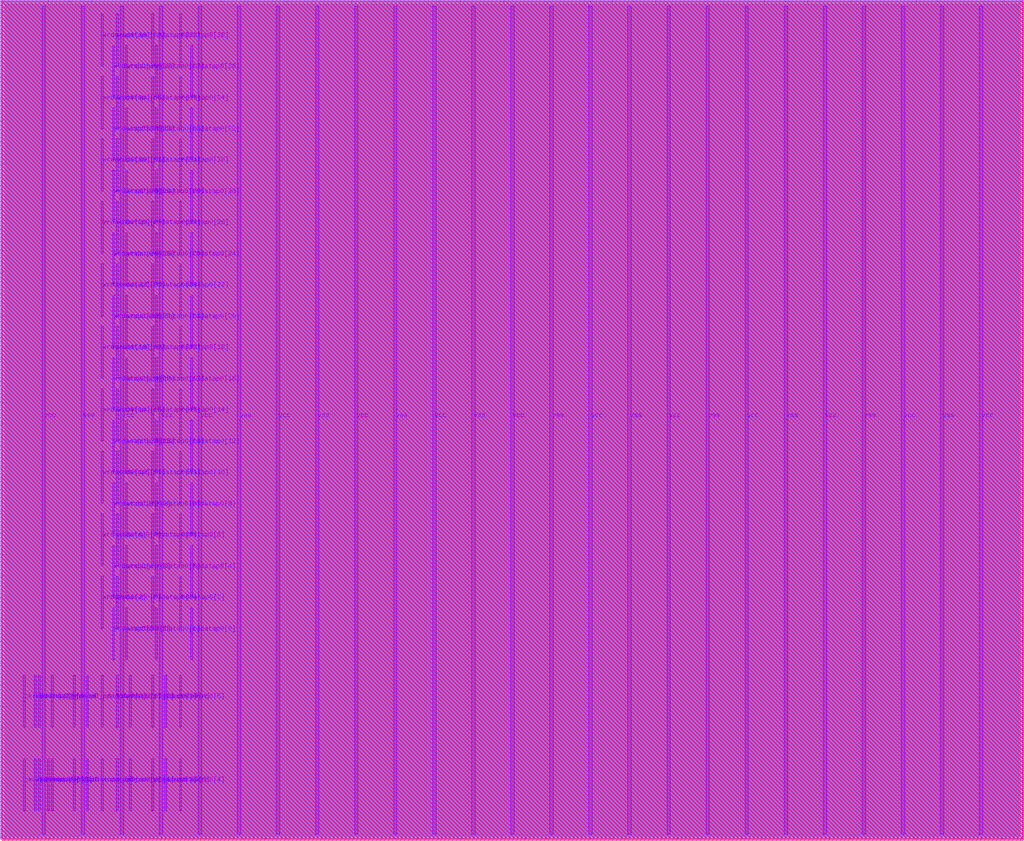
<source format=lef>
VERSION 5.8 ;
BUSBITCHARS "[]" ;
DIVIDERCHAR "/" ;

UNITS
  DATABASE MICRONS 4000 ;
END UNITS

MANUFACTURINGGRID 0.0005 ;

MACRO arf038b128e1r1w0cbbehraa4acw
  CLASS BLOCK ;
  ORIGIN 0 0 ;
  FOREIGN arf038b128e1r1w0cbbehraa4acw 0 0 ;
  SIZE 23.4 BY 19.2 ;
  PIN ckrdp0
    DIRECTION INPUT ;
    USE SIGNAL ;
    PORT
      LAYER m7 ;
        RECT 0.428 2.52 0.472 3.72 ;
    END
  END ckrdp0
  PIN ckwrp0
    DIRECTION INPUT ;
    USE SIGNAL ;
    PORT
      LAYER m7 ;
        RECT 0.428 0.6 0.472 1.8 ;
    END
  END ckwrp0
  PIN rdaddrp0[0]
    DIRECTION INPUT ;
    USE SIGNAL ;
    PORT
      LAYER m7 ;
        RECT 2.228 2.52 2.272 3.72 ;
    END
  END rdaddrp0[0]
  PIN rdaddrp0[1]
    DIRECTION INPUT ;
    USE SIGNAL ;
    PORT
      LAYER m7 ;
        RECT 2.572 2.52 2.616 3.72 ;
    END
  END rdaddrp0[1]
  PIN rdaddrp0[2]
    DIRECTION INPUT ;
    USE SIGNAL ;
    PORT
      LAYER m7 ;
        RECT 2.872 2.52 2.916 3.72 ;
    END
  END rdaddrp0[2]
  PIN rdaddrp0[3]
    DIRECTION INPUT ;
    USE SIGNAL ;
    PORT
      LAYER m7 ;
        RECT 3.384 2.52 3.428 3.72 ;
    END
  END rdaddrp0[3]
  PIN rdaddrp0[4]
    DIRECTION INPUT ;
    USE SIGNAL ;
    PORT
      LAYER m7 ;
        RECT 3.684 2.52 3.728 3.72 ;
    END
  END rdaddrp0[4]
  PIN rdaddrp0[5]
    DIRECTION INPUT ;
    USE SIGNAL ;
    PORT
      LAYER m7 ;
        RECT 4.028 2.52 4.072 3.72 ;
    END
  END rdaddrp0[5]
  PIN rdaddrp0[6]
    DIRECTION INPUT ;
    USE SIGNAL ;
    PORT
      LAYER m7 ;
        RECT 0.684 2.52 0.728 3.72 ;
    END
  END rdaddrp0[6]
  PIN rdaddrp0_fd
    DIRECTION INPUT ;
    USE SIGNAL ;
    PORT
      LAYER m7 ;
        RECT 0.772 2.52 0.816 3.72 ;
    END
  END rdaddrp0_fd
  PIN rdaddrp0_rd
    DIRECTION INPUT ;
    USE SIGNAL ;
    PORT
      LAYER m7 ;
        RECT 1.072 2.52 1.116 3.72 ;
    END
  END rdaddrp0_rd
  PIN rddatap0[0]
    DIRECTION OUTPUT ;
    USE SIGNAL ;
    PORT
      LAYER m7 ;
        RECT 4.284 4.08 4.328 5.28 ;
    END
  END rddatap0[0]
  PIN rddatap0[10]
    DIRECTION OUTPUT ;
    USE SIGNAL ;
    PORT
      LAYER m7 ;
        RECT 4.028 7.68 4.072 8.88 ;
    END
  END rddatap0[10]
  PIN rddatap0[11]
    DIRECTION OUTPUT ;
    USE SIGNAL ;
    PORT
      LAYER m7 ;
        RECT 3.384 7.68 3.428 8.88 ;
    END
  END rddatap0[11]
  PIN rddatap0[12]
    DIRECTION OUTPUT ;
    USE SIGNAL ;
    PORT
      LAYER m7 ;
        RECT 4.284 8.4 4.328 9.6 ;
    END
  END rddatap0[12]
  PIN rddatap0[13]
    DIRECTION OUTPUT ;
    USE SIGNAL ;
    PORT
      LAYER m7 ;
        RECT 3.472 8.4 3.516 9.6 ;
    END
  END rddatap0[13]
  PIN rddatap0[14]
    DIRECTION OUTPUT ;
    USE SIGNAL ;
    PORT
      LAYER m7 ;
        RECT 4.028 9.12 4.072 10.32 ;
    END
  END rddatap0[14]
  PIN rddatap0[15]
    DIRECTION OUTPUT ;
    USE SIGNAL ;
    PORT
      LAYER m7 ;
        RECT 3.384 9.12 3.428 10.32 ;
    END
  END rddatap0[15]
  PIN rddatap0[16]
    DIRECTION OUTPUT ;
    USE SIGNAL ;
    PORT
      LAYER m7 ;
        RECT 4.284 9.84 4.328 11.04 ;
    END
  END rddatap0[16]
  PIN rddatap0[17]
    DIRECTION OUTPUT ;
    USE SIGNAL ;
    PORT
      LAYER m7 ;
        RECT 3.472 9.84 3.516 11.04 ;
    END
  END rddatap0[17]
  PIN rddatap0[18]
    DIRECTION OUTPUT ;
    USE SIGNAL ;
    PORT
      LAYER m7 ;
        RECT 4.028 10.56 4.072 11.76 ;
    END
  END rddatap0[18]
  PIN rddatap0[19]
    DIRECTION OUTPUT ;
    USE SIGNAL ;
    PORT
      LAYER m7 ;
        RECT 3.384 10.56 3.428 11.76 ;
    END
  END rddatap0[19]
  PIN rddatap0[1]
    DIRECTION OUTPUT ;
    USE SIGNAL ;
    PORT
      LAYER m7 ;
        RECT 3.472 4.08 3.516 5.28 ;
    END
  END rddatap0[1]
  PIN rddatap0[20]
    DIRECTION OUTPUT ;
    USE SIGNAL ;
    PORT
      LAYER m7 ;
        RECT 4.284 11.28 4.328 12.48 ;
    END
  END rddatap0[20]
  PIN rddatap0[21]
    DIRECTION OUTPUT ;
    USE SIGNAL ;
    PORT
      LAYER m7 ;
        RECT 3.472 11.28 3.516 12.48 ;
    END
  END rddatap0[21]
  PIN rddatap0[22]
    DIRECTION OUTPUT ;
    USE SIGNAL ;
    PORT
      LAYER m7 ;
        RECT 4.028 12 4.072 13.2 ;
    END
  END rddatap0[22]
  PIN rddatap0[23]
    DIRECTION OUTPUT ;
    USE SIGNAL ;
    PORT
      LAYER m7 ;
        RECT 3.384 12 3.428 13.2 ;
    END
  END rddatap0[23]
  PIN rddatap0[24]
    DIRECTION OUTPUT ;
    USE SIGNAL ;
    PORT
      LAYER m7 ;
        RECT 4.284 12.72 4.328 13.92 ;
    END
  END rddatap0[24]
  PIN rddatap0[25]
    DIRECTION OUTPUT ;
    USE SIGNAL ;
    PORT
      LAYER m7 ;
        RECT 3.472 12.72 3.516 13.92 ;
    END
  END rddatap0[25]
  PIN rddatap0[26]
    DIRECTION OUTPUT ;
    USE SIGNAL ;
    PORT
      LAYER m7 ;
        RECT 4.028 13.44 4.072 14.64 ;
    END
  END rddatap0[26]
  PIN rddatap0[27]
    DIRECTION OUTPUT ;
    USE SIGNAL ;
    PORT
      LAYER m7 ;
        RECT 3.384 13.44 3.428 14.64 ;
    END
  END rddatap0[27]
  PIN rddatap0[28]
    DIRECTION OUTPUT ;
    USE SIGNAL ;
    PORT
      LAYER m7 ;
        RECT 4.284 14.16 4.328 15.36 ;
    END
  END rddatap0[28]
  PIN rddatap0[29]
    DIRECTION OUTPUT ;
    USE SIGNAL ;
    PORT
      LAYER m7 ;
        RECT 3.472 14.16 3.516 15.36 ;
    END
  END rddatap0[29]
  PIN rddatap0[2]
    DIRECTION OUTPUT ;
    USE SIGNAL ;
    PORT
      LAYER m7 ;
        RECT 4.028 4.8 4.072 6 ;
    END
  END rddatap0[2]
  PIN rddatap0[30]
    DIRECTION OUTPUT ;
    USE SIGNAL ;
    PORT
      LAYER m7 ;
        RECT 4.028 14.88 4.072 16.08 ;
    END
  END rddatap0[30]
  PIN rddatap0[31]
    DIRECTION OUTPUT ;
    USE SIGNAL ;
    PORT
      LAYER m7 ;
        RECT 3.384 14.88 3.428 16.08 ;
    END
  END rddatap0[31]
  PIN rddatap0[32]
    DIRECTION OUTPUT ;
    USE SIGNAL ;
    PORT
      LAYER m7 ;
        RECT 4.284 15.6 4.328 16.8 ;
    END
  END rddatap0[32]
  PIN rddatap0[33]
    DIRECTION OUTPUT ;
    USE SIGNAL ;
    PORT
      LAYER m7 ;
        RECT 3.472 15.6 3.516 16.8 ;
    END
  END rddatap0[33]
  PIN rddatap0[34]
    DIRECTION OUTPUT ;
    USE SIGNAL ;
    PORT
      LAYER m7 ;
        RECT 4.028 16.32 4.072 17.52 ;
    END
  END rddatap0[34]
  PIN rddatap0[35]
    DIRECTION OUTPUT ;
    USE SIGNAL ;
    PORT
      LAYER m7 ;
        RECT 3.384 16.32 3.428 17.52 ;
    END
  END rddatap0[35]
  PIN rddatap0[36]
    DIRECTION OUTPUT ;
    USE SIGNAL ;
    PORT
      LAYER m7 ;
        RECT 4.284 17.04 4.328 18.24 ;
    END
  END rddatap0[36]
  PIN rddatap0[37]
    DIRECTION OUTPUT ;
    USE SIGNAL ;
    PORT
      LAYER m7 ;
        RECT 3.472 17.04 3.516 18.24 ;
    END
  END rddatap0[37]
  PIN rddatap0[38]
    DIRECTION OUTPUT ;
    USE SIGNAL ;
    PORT
      LAYER m7 ;
        RECT 4.028 17.76 4.072 18.96 ;
    END
  END rddatap0[38]
  PIN rddatap0[39]
    DIRECTION OUTPUT ;
    USE SIGNAL ;
    PORT
      LAYER m7 ;
        RECT 3.384 17.76 3.428 18.96 ;
    END
  END rddatap0[39]
  PIN rddatap0[3]
    DIRECTION OUTPUT ;
    USE SIGNAL ;
    PORT
      LAYER m7 ;
        RECT 3.384 4.8 3.428 6 ;
    END
  END rddatap0[3]
  PIN rddatap0[4]
    DIRECTION OUTPUT ;
    USE SIGNAL ;
    PORT
      LAYER m7 ;
        RECT 4.284 5.52 4.328 6.72 ;
    END
  END rddatap0[4]
  PIN rddatap0[5]
    DIRECTION OUTPUT ;
    USE SIGNAL ;
    PORT
      LAYER m7 ;
        RECT 3.472 5.52 3.516 6.72 ;
    END
  END rddatap0[5]
  PIN rddatap0[6]
    DIRECTION OUTPUT ;
    USE SIGNAL ;
    PORT
      LAYER m7 ;
        RECT 4.028 6.24 4.072 7.44 ;
    END
  END rddatap0[6]
  PIN rddatap0[7]
    DIRECTION OUTPUT ;
    USE SIGNAL ;
    PORT
      LAYER m7 ;
        RECT 3.384 6.24 3.428 7.44 ;
    END
  END rddatap0[7]
  PIN rddatap0[8]
    DIRECTION OUTPUT ;
    USE SIGNAL ;
    PORT
      LAYER m7 ;
        RECT 4.284 6.96 4.328 8.16 ;
    END
  END rddatap0[8]
  PIN rddatap0[9]
    DIRECTION OUTPUT ;
    USE SIGNAL ;
    PORT
      LAYER m7 ;
        RECT 3.472 6.96 3.516 8.16 ;
    END
  END rddatap0[9]
  PIN rdenp0
    DIRECTION INPUT ;
    USE SIGNAL ;
    PORT
      LAYER m7 ;
        RECT 1.584 2.52 1.628 3.72 ;
    END
  END rdenp0
  PIN sdl_initp0
    DIRECTION INPUT ;
    USE SIGNAL ;
    PORT
      LAYER m7 ;
        RECT 1.884 2.52 1.928 3.72 ;
    END
  END sdl_initp0
  PIN vcc
    DIRECTION INPUT ;
    USE POWER ;
    PORT
      LAYER m7 ;
        RECT 22.462 0.06 22.538 19.14 ;
    END
    PORT
      LAYER m7 ;
        RECT 20.662 0.06 20.738 19.14 ;
    END
    PORT
      LAYER m7 ;
        RECT 18.862 0.06 18.938 19.14 ;
    END
    PORT
      LAYER m7 ;
        RECT 17.062 0.06 17.138 19.14 ;
    END
    PORT
      LAYER m7 ;
        RECT 15.262 0.06 15.338 19.14 ;
    END
    PORT
      LAYER m7 ;
        RECT 13.462 0.06 13.538 19.14 ;
    END
    PORT
      LAYER m7 ;
        RECT 11.662 0.06 11.738 19.14 ;
    END
    PORT
      LAYER m7 ;
        RECT 9.862 0.06 9.938 19.14 ;
    END
    PORT
      LAYER m7 ;
        RECT 8.062 0.06 8.138 19.14 ;
    END
    PORT
      LAYER m7 ;
        RECT 6.262 0.06 6.338 19.14 ;
    END
    PORT
      LAYER m7 ;
        RECT 4.462 0.06 4.538 19.14 ;
    END
    PORT
      LAYER m7 ;
        RECT 2.662 0.06 2.738 19.14 ;
    END
    PORT
      LAYER m7 ;
        RECT 0.862 0.06 0.938 19.14 ;
    END
  END vcc
  PIN vss
    DIRECTION INOUT ;
    USE GROUND ;
    PORT
      LAYER m7 ;
        RECT 21.562 0.06 21.638 19.14 ;
    END
    PORT
      LAYER m7 ;
        RECT 19.762 0.06 19.838 19.14 ;
    END
    PORT
      LAYER m7 ;
        RECT 17.962 0.06 18.038 19.14 ;
    END
    PORT
      LAYER m7 ;
        RECT 16.162 0.06 16.238 19.14 ;
    END
    PORT
      LAYER m7 ;
        RECT 14.362 0.06 14.438 19.14 ;
    END
    PORT
      LAYER m7 ;
        RECT 12.562 0.06 12.638 19.14 ;
    END
    PORT
      LAYER m7 ;
        RECT 10.762 0.06 10.838 19.14 ;
    END
    PORT
      LAYER m7 ;
        RECT 8.962 0.06 9.038 19.14 ;
    END
    PORT
      LAYER m7 ;
        RECT 7.162 0.06 7.238 19.14 ;
    END
    PORT
      LAYER m7 ;
        RECT 5.362 0.06 5.438 19.14 ;
    END
    PORT
      LAYER m7 ;
        RECT 3.562 0.06 3.638 19.14 ;
    END
    PORT
      LAYER m7 ;
        RECT 1.762 0.06 1.838 19.14 ;
    END
  END vss
  PIN wraddrp0[0]
    DIRECTION INPUT ;
    USE SIGNAL ;
    PORT
      LAYER m7 ;
        RECT 2.572 0.6 2.616 1.8 ;
    END
  END wraddrp0[0]
  PIN wraddrp0[1]
    DIRECTION INPUT ;
    USE SIGNAL ;
    PORT
      LAYER m7 ;
        RECT 2.872 0.6 2.916 1.8 ;
    END
  END wraddrp0[1]
  PIN wraddrp0[2]
    DIRECTION INPUT ;
    USE SIGNAL ;
    PORT
      LAYER m7 ;
        RECT 3.384 0.6 3.428 1.8 ;
    END
  END wraddrp0[2]
  PIN wraddrp0[3]
    DIRECTION INPUT ;
    USE SIGNAL ;
    PORT
      LAYER m7 ;
        RECT 3.684 0.6 3.728 1.8 ;
    END
  END wraddrp0[3]
  PIN wraddrp0[4]
    DIRECTION INPUT ;
    USE SIGNAL ;
    PORT
      LAYER m7 ;
        RECT 4.028 0.6 4.072 1.8 ;
    END
  END wraddrp0[4]
  PIN wraddrp0[5]
    DIRECTION INPUT ;
    USE SIGNAL ;
    PORT
      LAYER m7 ;
        RECT 0.684 0.6 0.728 1.8 ;
    END
  END wraddrp0[5]
  PIN wraddrp0[6]
    DIRECTION INPUT ;
    USE SIGNAL ;
    PORT
      LAYER m7 ;
        RECT 0.984 0.6 1.028 1.8 ;
    END
  END wraddrp0[6]
  PIN wraddrp0_fd
    DIRECTION INPUT ;
    USE SIGNAL ;
    PORT
      LAYER m7 ;
        RECT 0.772 0.6 0.816 1.8 ;
    END
  END wraddrp0_fd
  PIN wraddrp0_rd
    DIRECTION INPUT ;
    USE SIGNAL ;
    PORT
      LAYER m7 ;
        RECT 1.072 0.6 1.116 1.8 ;
    END
  END wraddrp0_rd
  PIN wrdatap0[0]
    DIRECTION INPUT ;
    USE SIGNAL ;
    PORT
      LAYER m7 ;
        RECT 2.484 4.08 2.528 5.28 ;
    END
  END wrdatap0[0]
  PIN wrdatap0[10]
    DIRECTION INPUT ;
    USE SIGNAL ;
    PORT
      LAYER m7 ;
        RECT 2.228 7.68 2.272 8.88 ;
    END
  END wrdatap0[10]
  PIN wrdatap0[11]
    DIRECTION INPUT ;
    USE SIGNAL ;
    PORT
      LAYER m7 ;
        RECT 2.572 7.68 2.616 8.88 ;
    END
  END wrdatap0[11]
  PIN wrdatap0[12]
    DIRECTION INPUT ;
    USE SIGNAL ;
    PORT
      LAYER m7 ;
        RECT 2.484 8.4 2.528 9.6 ;
    END
  END wrdatap0[12]
  PIN wrdatap0[13]
    DIRECTION INPUT ;
    USE SIGNAL ;
    PORT
      LAYER m7 ;
        RECT 2.784 8.4 2.828 9.6 ;
    END
  END wrdatap0[13]
  PIN wrdatap0[14]
    DIRECTION INPUT ;
    USE SIGNAL ;
    PORT
      LAYER m7 ;
        RECT 2.228 9.12 2.272 10.32 ;
    END
  END wrdatap0[14]
  PIN wrdatap0[15]
    DIRECTION INPUT ;
    USE SIGNAL ;
    PORT
      LAYER m7 ;
        RECT 2.572 9.12 2.616 10.32 ;
    END
  END wrdatap0[15]
  PIN wrdatap0[16]
    DIRECTION INPUT ;
    USE SIGNAL ;
    PORT
      LAYER m7 ;
        RECT 2.484 9.84 2.528 11.04 ;
    END
  END wrdatap0[16]
  PIN wrdatap0[17]
    DIRECTION INPUT ;
    USE SIGNAL ;
    PORT
      LAYER m7 ;
        RECT 2.784 9.84 2.828 11.04 ;
    END
  END wrdatap0[17]
  PIN wrdatap0[18]
    DIRECTION INPUT ;
    USE SIGNAL ;
    PORT
      LAYER m7 ;
        RECT 2.228 10.56 2.272 11.76 ;
    END
  END wrdatap0[18]
  PIN wrdatap0[19]
    DIRECTION INPUT ;
    USE SIGNAL ;
    PORT
      LAYER m7 ;
        RECT 2.572 10.56 2.616 11.76 ;
    END
  END wrdatap0[19]
  PIN wrdatap0[1]
    DIRECTION INPUT ;
    USE SIGNAL ;
    PORT
      LAYER m7 ;
        RECT 2.784 4.08 2.828 5.28 ;
    END
  END wrdatap0[1]
  PIN wrdatap0[20]
    DIRECTION INPUT ;
    USE SIGNAL ;
    PORT
      LAYER m7 ;
        RECT 2.484 11.28 2.528 12.48 ;
    END
  END wrdatap0[20]
  PIN wrdatap0[21]
    DIRECTION INPUT ;
    USE SIGNAL ;
    PORT
      LAYER m7 ;
        RECT 2.784 11.28 2.828 12.48 ;
    END
  END wrdatap0[21]
  PIN wrdatap0[22]
    DIRECTION INPUT ;
    USE SIGNAL ;
    PORT
      LAYER m7 ;
        RECT 2.228 12 2.272 13.2 ;
    END
  END wrdatap0[22]
  PIN wrdatap0[23]
    DIRECTION INPUT ;
    USE SIGNAL ;
    PORT
      LAYER m7 ;
        RECT 2.572 12 2.616 13.2 ;
    END
  END wrdatap0[23]
  PIN wrdatap0[24]
    DIRECTION INPUT ;
    USE SIGNAL ;
    PORT
      LAYER m7 ;
        RECT 2.484 12.72 2.528 13.92 ;
    END
  END wrdatap0[24]
  PIN wrdatap0[25]
    DIRECTION INPUT ;
    USE SIGNAL ;
    PORT
      LAYER m7 ;
        RECT 2.784 12.72 2.828 13.92 ;
    END
  END wrdatap0[25]
  PIN wrdatap0[26]
    DIRECTION INPUT ;
    USE SIGNAL ;
    PORT
      LAYER m7 ;
        RECT 2.228 13.44 2.272 14.64 ;
    END
  END wrdatap0[26]
  PIN wrdatap0[27]
    DIRECTION INPUT ;
    USE SIGNAL ;
    PORT
      LAYER m7 ;
        RECT 2.572 13.44 2.616 14.64 ;
    END
  END wrdatap0[27]
  PIN wrdatap0[28]
    DIRECTION INPUT ;
    USE SIGNAL ;
    PORT
      LAYER m7 ;
        RECT 2.484 14.16 2.528 15.36 ;
    END
  END wrdatap0[28]
  PIN wrdatap0[29]
    DIRECTION INPUT ;
    USE SIGNAL ;
    PORT
      LAYER m7 ;
        RECT 2.784 14.16 2.828 15.36 ;
    END
  END wrdatap0[29]
  PIN wrdatap0[2]
    DIRECTION INPUT ;
    USE SIGNAL ;
    PORT
      LAYER m7 ;
        RECT 2.228 4.8 2.272 6 ;
    END
  END wrdatap0[2]
  PIN wrdatap0[30]
    DIRECTION INPUT ;
    USE SIGNAL ;
    PORT
      LAYER m7 ;
        RECT 2.228 14.88 2.272 16.08 ;
    END
  END wrdatap0[30]
  PIN wrdatap0[31]
    DIRECTION INPUT ;
    USE SIGNAL ;
    PORT
      LAYER m7 ;
        RECT 2.572 14.88 2.616 16.08 ;
    END
  END wrdatap0[31]
  PIN wrdatap0[32]
    DIRECTION INPUT ;
    USE SIGNAL ;
    PORT
      LAYER m7 ;
        RECT 2.484 15.6 2.528 16.8 ;
    END
  END wrdatap0[32]
  PIN wrdatap0[33]
    DIRECTION INPUT ;
    USE SIGNAL ;
    PORT
      LAYER m7 ;
        RECT 2.784 15.6 2.828 16.8 ;
    END
  END wrdatap0[33]
  PIN wrdatap0[34]
    DIRECTION INPUT ;
    USE SIGNAL ;
    PORT
      LAYER m7 ;
        RECT 2.228 16.32 2.272 17.52 ;
    END
  END wrdatap0[34]
  PIN wrdatap0[35]
    DIRECTION INPUT ;
    USE SIGNAL ;
    PORT
      LAYER m7 ;
        RECT 2.572 16.32 2.616 17.52 ;
    END
  END wrdatap0[35]
  PIN wrdatap0[36]
    DIRECTION INPUT ;
    USE SIGNAL ;
    PORT
      LAYER m7 ;
        RECT 2.484 17.04 2.528 18.24 ;
    END
  END wrdatap0[36]
  PIN wrdatap0[37]
    DIRECTION INPUT ;
    USE SIGNAL ;
    PORT
      LAYER m7 ;
        RECT 2.784 17.04 2.828 18.24 ;
    END
  END wrdatap0[37]
  PIN wrdatap0[38]
    DIRECTION INPUT ;
    USE SIGNAL ;
    PORT
      LAYER m7 ;
        RECT 2.228 17.76 2.272 18.96 ;
    END
  END wrdatap0[38]
  PIN wrdatap0[39]
    DIRECTION INPUT ;
    USE SIGNAL ;
    PORT
      LAYER m7 ;
        RECT 2.572 17.76 2.616 18.96 ;
    END
  END wrdatap0[39]
  PIN wrdatap0[3]
    DIRECTION INPUT ;
    USE SIGNAL ;
    PORT
      LAYER m7 ;
        RECT 2.572 4.8 2.616 6 ;
    END
  END wrdatap0[3]
  PIN wrdatap0[4]
    DIRECTION INPUT ;
    USE SIGNAL ;
    PORT
      LAYER m7 ;
        RECT 2.484 5.52 2.528 6.72 ;
    END
  END wrdatap0[4]
  PIN wrdatap0[5]
    DIRECTION INPUT ;
    USE SIGNAL ;
    PORT
      LAYER m7 ;
        RECT 2.784 5.52 2.828 6.72 ;
    END
  END wrdatap0[5]
  PIN wrdatap0[6]
    DIRECTION INPUT ;
    USE SIGNAL ;
    PORT
      LAYER m7 ;
        RECT 2.228 6.24 2.272 7.44 ;
    END
  END wrdatap0[6]
  PIN wrdatap0[7]
    DIRECTION INPUT ;
    USE SIGNAL ;
    PORT
      LAYER m7 ;
        RECT 2.572 6.24 2.616 7.44 ;
    END
  END wrdatap0[7]
  PIN wrdatap0[8]
    DIRECTION INPUT ;
    USE SIGNAL ;
    PORT
      LAYER m7 ;
        RECT 2.484 6.96 2.528 8.16 ;
    END
  END wrdatap0[8]
  PIN wrdatap0[9]
    DIRECTION INPUT ;
    USE SIGNAL ;
    PORT
      LAYER m7 ;
        RECT 2.784 6.96 2.828 8.16 ;
    END
  END wrdatap0[9]
  PIN wrdatap0_fd
    DIRECTION INPUT ;
    USE SIGNAL ;
    PORT
      LAYER m7 ;
        RECT 1.884 0.6 1.928 1.8 ;
    END
  END wrdatap0_fd
  PIN wrdatap0_rd
    DIRECTION INPUT ;
    USE SIGNAL ;
    PORT
      LAYER m7 ;
        RECT 2.228 0.6 2.272 1.8 ;
    END
  END wrdatap0_rd
  PIN wrenp0
    DIRECTION INPUT ;
    USE SIGNAL ;
    PORT
      LAYER m7 ;
        RECT 1.584 0.6 1.628 1.8 ;
    END
  END wrenp0
  OBS
    LAYER m0 SPACING 0 ;
      RECT 0 0 23.4 19.2 ;
    LAYER m1 SPACING 0 ;
      RECT 0 0 23.4 19.2 ;
    LAYER m2 SPACING 0 ;
      RECT -0.0705 -0.038 23.4705 19.238 ;
    LAYER m3 SPACING 0 ;
      RECT -0.035 -0.07 23.435 19.27 ;
    LAYER m4 SPACING 0 ;
      RECT -0.07 -0.038 23.47 19.238 ;
    LAYER m5 SPACING 0 ;
      RECT -0.059 -0.09 23.459 19.29 ;
    LAYER m6 SPACING 0 ;
      RECT -0.09 -0.062 23.49 19.262 ;
    LAYER m7 SPACING 0 ;
      RECT -0.092 -0.06 23.492 19.26 ;
  END
END arf038b128e1r1w0cbbehraa4acw
END LIBRARY

</source>
